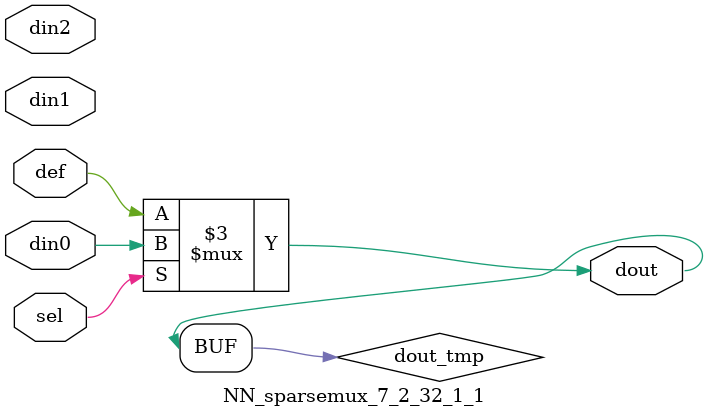
<source format=v>
`timescale 1ns / 1ps

module NN_sparsemux_7_2_32_1_1 (din0,din1,din2,def,sel,dout);

parameter din0_WIDTH = 1;

parameter din1_WIDTH = 1;

parameter din2_WIDTH = 1;

parameter def_WIDTH = 1;
parameter sel_WIDTH = 1;
parameter dout_WIDTH = 1;

parameter [sel_WIDTH-1:0] CASE0 = 1;

parameter [sel_WIDTH-1:0] CASE1 = 1;

parameter [sel_WIDTH-1:0] CASE2 = 1;

parameter ID = 1;
parameter NUM_STAGE = 1;



input [din0_WIDTH-1:0] din0;

input [din1_WIDTH-1:0] din1;

input [din2_WIDTH-1:0] din2;

input [def_WIDTH-1:0] def;
input [sel_WIDTH-1:0] sel;

output [dout_WIDTH-1:0] dout;



reg [dout_WIDTH-1:0] dout_tmp;


always @ (*) begin
(* parallel_case *) case (sel)
    
    CASE0 : dout_tmp = din0;
    
    CASE1 : dout_tmp = din1;
    
    CASE2 : dout_tmp = din2;
    
    default : dout_tmp = def;
endcase
end


assign dout = dout_tmp;



endmodule

</source>
